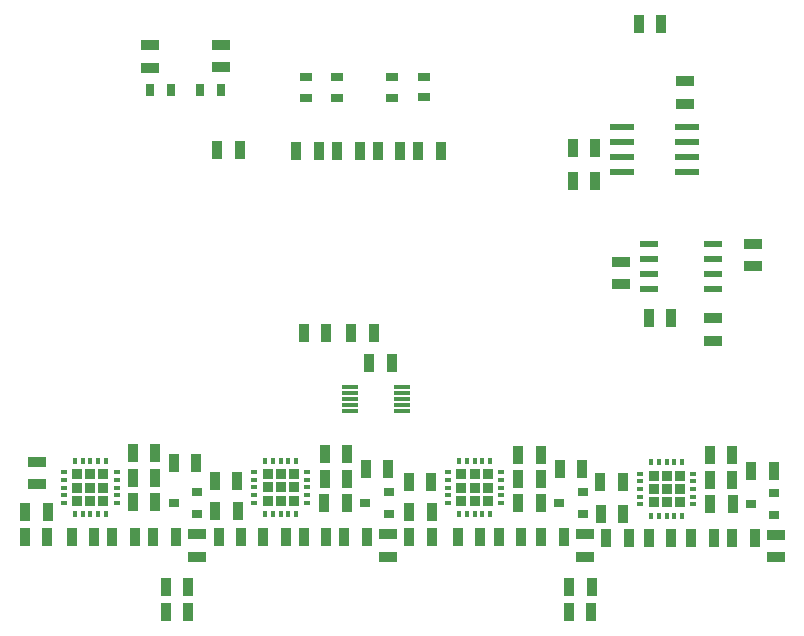
<source format=gbr>
G04 #@! TF.GenerationSoftware,KiCad,Pcbnew,5.99.0-unknown-c3175b4~86~ubuntu16.04.1*
G04 #@! TF.CreationDate,2019-12-02T17:51:54+01:00*
G04 #@! TF.ProjectId,OutAna,4f757441-6e61-42e6-9b69-6361645f7063,rev?*
G04 #@! TF.SameCoordinates,Original*
G04 #@! TF.FileFunction,Paste,Top*
G04 #@! TF.FilePolarity,Positive*
%FSLAX46Y46*%
G04 Gerber Fmt 4.6, Leading zero omitted, Abs format (unit mm)*
G04 Created by KiCad (PCBNEW 5.99.0-unknown-c3175b4~86~ubuntu16.04.1) date 2019-12-02 17:51:54*
%MOMM*%
%LPD*%
G04 APERTURE LIST*
%ADD10R,0.970000X1.500000*%
%ADD11R,1.500000X0.970000*%
%ADD12R,1.550000X0.600000*%
%ADD13R,2.000000X0.600000*%
%ADD14R,1.000000X0.670000*%
%ADD15R,0.900000X0.800000*%
%ADD16R,1.400000X0.300000*%
%ADD17R,0.900000X0.900000*%
%ADD18R,0.400000X0.550000*%
%ADD19R,0.550000X0.400000*%
%ADD20R,0.670000X1.000000*%
G04 APERTURE END LIST*
D10*
X138450000Y-78475000D03*
X136540000Y-78475000D03*
D11*
X170749000Y-87945000D03*
X170749000Y-89855000D03*
D10*
X175006000Y-92710000D03*
X173096000Y-92710000D03*
D12*
X178520000Y-86435000D03*
X178520000Y-87705000D03*
X178520000Y-88975000D03*
X178520000Y-90245000D03*
X173120000Y-90245000D03*
X173120000Y-88975000D03*
X173120000Y-87705000D03*
X173120000Y-86435000D03*
D10*
X166665000Y-78350000D03*
X168575000Y-78350000D03*
X166665000Y-81100000D03*
X168575000Y-81100000D03*
D13*
X176295000Y-76575000D03*
X176295000Y-77845000D03*
X176295000Y-79115000D03*
X176295000Y-80385000D03*
X170845000Y-80385000D03*
X170845000Y-79115000D03*
X170845000Y-77845000D03*
X170845000Y-76575000D03*
D14*
X144040000Y-74080000D03*
X144040000Y-72330000D03*
X146700000Y-74075000D03*
X146700000Y-72325000D03*
X151380000Y-74050000D03*
X151380000Y-72300000D03*
X154030000Y-74040000D03*
X154030000Y-72290000D03*
D15*
X132860000Y-108370000D03*
X134860000Y-107420000D03*
X134860000Y-109320000D03*
X149090000Y-108370000D03*
X151090000Y-107420000D03*
X151090000Y-109320000D03*
X165490000Y-108360000D03*
X167490000Y-107410000D03*
X167490000Y-109310000D03*
X181710000Y-108460000D03*
X183710000Y-107510000D03*
X183710000Y-109410000D03*
D10*
X145170000Y-78560000D03*
X143260000Y-78560000D03*
X148610000Y-78570000D03*
X146700000Y-78570000D03*
X150135000Y-78570000D03*
X152045000Y-78570000D03*
X153590000Y-78560000D03*
X155500000Y-78560000D03*
D11*
X178500000Y-94635000D03*
X178500000Y-92725000D03*
D10*
X178260000Y-106400000D03*
X180170000Y-106400000D03*
D16*
X152210000Y-98570000D03*
X152210000Y-99070000D03*
X152210000Y-99570000D03*
X152210000Y-100070000D03*
X152210000Y-100570000D03*
X147810000Y-100570000D03*
X147810000Y-100070000D03*
X147810000Y-99570000D03*
X147810000Y-99070000D03*
X147810000Y-98570000D03*
D17*
X124683400Y-105963400D03*
X125800000Y-105963400D03*
X126916600Y-105963400D03*
X124683400Y-107080000D03*
X125800000Y-107080000D03*
X126916600Y-107080000D03*
X126916600Y-108196600D03*
X125800000Y-108196600D03*
X124683400Y-108196600D03*
D18*
X124500000Y-104830000D03*
X125150000Y-104830000D03*
X125800000Y-104830000D03*
X126450000Y-104830000D03*
X127100000Y-104830000D03*
D19*
X128050000Y-105780000D03*
X128050000Y-106430000D03*
X128050000Y-107080000D03*
X128050000Y-107730000D03*
X128050000Y-108380000D03*
D18*
X127100000Y-109330000D03*
X126450000Y-109330000D03*
X125800000Y-109330000D03*
X125150000Y-109330000D03*
X124500000Y-109330000D03*
D19*
X123550000Y-108380000D03*
X123550000Y-107730000D03*
X123550000Y-107080000D03*
X123550000Y-106430000D03*
X123550000Y-105780000D03*
D17*
X140813400Y-105943400D03*
X141930000Y-105943400D03*
X143046600Y-105943400D03*
X140813400Y-107060000D03*
X141930000Y-107060000D03*
X143046600Y-107060000D03*
X143046600Y-108176600D03*
X141930000Y-108176600D03*
X140813400Y-108176600D03*
D18*
X140630000Y-104810000D03*
X141280000Y-104810000D03*
X141930000Y-104810000D03*
X142580000Y-104810000D03*
X143230000Y-104810000D03*
D19*
X144180000Y-105760000D03*
X144180000Y-106410000D03*
X144180000Y-107060000D03*
X144180000Y-107710000D03*
X144180000Y-108360000D03*
D18*
X143230000Y-109310000D03*
X142580000Y-109310000D03*
X141930000Y-109310000D03*
X141280000Y-109310000D03*
X140630000Y-109310000D03*
D19*
X139680000Y-108360000D03*
X139680000Y-107710000D03*
X139680000Y-107060000D03*
X139680000Y-106410000D03*
X139680000Y-105760000D03*
D17*
X157223400Y-105953400D03*
X158340000Y-105953400D03*
X159456600Y-105953400D03*
X157223400Y-107070000D03*
X158340000Y-107070000D03*
X159456600Y-107070000D03*
X159456600Y-108186600D03*
X158340000Y-108186600D03*
X157223400Y-108186600D03*
D18*
X157040000Y-104820000D03*
X157690000Y-104820000D03*
X158340000Y-104820000D03*
X158990000Y-104820000D03*
X159640000Y-104820000D03*
D19*
X160590000Y-105770000D03*
X160590000Y-106420000D03*
X160590000Y-107070000D03*
X160590000Y-107720000D03*
X160590000Y-108370000D03*
D18*
X159640000Y-109320000D03*
X158990000Y-109320000D03*
X158340000Y-109320000D03*
X157690000Y-109320000D03*
X157040000Y-109320000D03*
D19*
X156090000Y-108370000D03*
X156090000Y-107720000D03*
X156090000Y-107070000D03*
X156090000Y-106420000D03*
X156090000Y-105770000D03*
D17*
X173493400Y-106073400D03*
X174610000Y-106073400D03*
X175726600Y-106073400D03*
X173493400Y-107190000D03*
X174610000Y-107190000D03*
X175726600Y-107190000D03*
X175726600Y-108306600D03*
X174610000Y-108306600D03*
X173493400Y-108306600D03*
D18*
X173310000Y-104940000D03*
X173960000Y-104940000D03*
X174610000Y-104940000D03*
X175260000Y-104940000D03*
X175910000Y-104940000D03*
D19*
X176860000Y-105890000D03*
X176860000Y-106540000D03*
X176860000Y-107190000D03*
X176860000Y-107840000D03*
X176860000Y-108490000D03*
D18*
X175910000Y-109440000D03*
X175260000Y-109440000D03*
X174610000Y-109440000D03*
X173960000Y-109440000D03*
X173310000Y-109440000D03*
D19*
X172360000Y-108490000D03*
X172360000Y-107840000D03*
X172360000Y-107190000D03*
X172360000Y-106540000D03*
X172360000Y-105890000D03*
D10*
X172240000Y-67850000D03*
X174150000Y-67850000D03*
D11*
X136860000Y-71480000D03*
X136860000Y-69570000D03*
X130880000Y-71530000D03*
X130880000Y-69620000D03*
D10*
X143870000Y-93950000D03*
X145780000Y-93950000D03*
X149799000Y-93980000D03*
X147889000Y-93980000D03*
X122180000Y-109160000D03*
X120270000Y-109160000D03*
X138310000Y-109080000D03*
X136400000Y-109080000D03*
X154700000Y-109110000D03*
X152790000Y-109110000D03*
X170910000Y-109280000D03*
X169000000Y-109280000D03*
X129590000Y-111260000D03*
X127680000Y-111260000D03*
X145775000Y-111290000D03*
X143865000Y-111290000D03*
X162300000Y-111290000D03*
X160390000Y-111290000D03*
X178580000Y-111320000D03*
X176670000Y-111320000D03*
X131310000Y-108330000D03*
X129400000Y-108330000D03*
X134780000Y-104990000D03*
X132870000Y-104990000D03*
D11*
X121290000Y-106790000D03*
X121290000Y-104880000D03*
D10*
X147530000Y-108410000D03*
X145620000Y-108410000D03*
X151030000Y-105540000D03*
X149120000Y-105540000D03*
X138245000Y-106480000D03*
X136335000Y-106480000D03*
X163960000Y-108360000D03*
X162050000Y-108360000D03*
X167450000Y-105510000D03*
X165540000Y-105510000D03*
X154670000Y-106570000D03*
X152760000Y-106570000D03*
X180190000Y-108460000D03*
X178280000Y-108460000D03*
X183680000Y-105630000D03*
X181770000Y-105630000D03*
X170900000Y-106640000D03*
X168990000Y-106640000D03*
X134080000Y-117610000D03*
X132170000Y-117610000D03*
X126140000Y-111250000D03*
X124230000Y-111250000D03*
X134085000Y-115460000D03*
X132175000Y-115460000D03*
X142335000Y-111290000D03*
X140425000Y-111290000D03*
X166350000Y-115500000D03*
X168260000Y-115500000D03*
X158830000Y-111280000D03*
X156920000Y-111280000D03*
X166310000Y-117580000D03*
X168220000Y-117580000D03*
X174990000Y-111330000D03*
X173080000Y-111330000D03*
D20*
X135100000Y-73410000D03*
X136850000Y-73410000D03*
X132620000Y-73410000D03*
X130870000Y-73410000D03*
D10*
X165870000Y-111300000D03*
X163960000Y-111300000D03*
X182040000Y-111310000D03*
X180130000Y-111310000D03*
X133025000Y-111260000D03*
X131115000Y-111260000D03*
X149220000Y-111290000D03*
X147310000Y-111290000D03*
D11*
X176160000Y-74565000D03*
X176160000Y-72655000D03*
X181950000Y-86425000D03*
X181950000Y-88335000D03*
D10*
X151323000Y-96520000D03*
X149413000Y-96520000D03*
X147560000Y-104250000D03*
X145650000Y-104250000D03*
X131310000Y-104180000D03*
X129400000Y-104180000D03*
X163945000Y-104300000D03*
X162035000Y-104300000D03*
X180150000Y-104330000D03*
X178240000Y-104330000D03*
D11*
X134840000Y-111015000D03*
X134840000Y-112925000D03*
X151020000Y-111030000D03*
X151020000Y-112940000D03*
X167660000Y-111040000D03*
X167660000Y-112950000D03*
X183900000Y-111060000D03*
X183900000Y-112970000D03*
D10*
X129410000Y-106260000D03*
X131320000Y-106260000D03*
X145640000Y-106370000D03*
X147550000Y-106370000D03*
X162035000Y-106360000D03*
X163945000Y-106360000D03*
X120265000Y-111260000D03*
X122175000Y-111260000D03*
X136660000Y-111290000D03*
X138570000Y-111290000D03*
X152810000Y-111280000D03*
X154720000Y-111280000D03*
X169475000Y-111320000D03*
X171385000Y-111320000D03*
M02*

</source>
